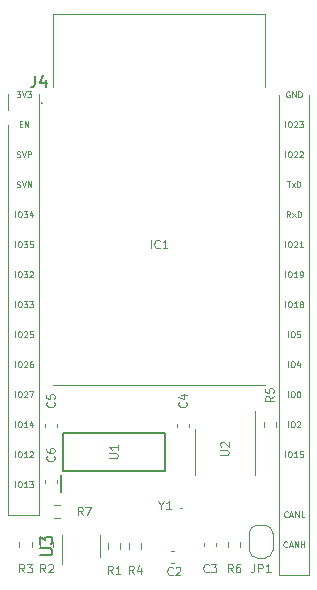
<source format=gbr>
%TF.GenerationSoftware,KiCad,Pcbnew,(5.1.10)-1*%
%TF.CreationDate,2021-07-24T14:48:27+02:00*%
%TF.ProjectId,esp32,65737033-322e-46b6-9963-61645f706362,rev?*%
%TF.SameCoordinates,Original*%
%TF.FileFunction,Legend,Top*%
%TF.FilePolarity,Positive*%
%FSLAX46Y46*%
G04 Gerber Fmt 4.6, Leading zero omitted, Abs format (unit mm)*
G04 Created by KiCad (PCBNEW (5.1.10)-1) date 2021-07-24 14:48:27*
%MOMM*%
%LPD*%
G01*
G04 APERTURE LIST*
%ADD10C,0.120000*%
%ADD11C,0.100000*%
%ADD12C,0.200000*%
%ADD13C,0.150000*%
G04 APERTURE END LIST*
D10*
%TO.C,J4*%
X110490000Y-64770000D02*
X110490000Y-105410000D01*
X107950000Y-64770000D02*
X107950000Y-105410000D01*
X107950000Y-105410000D02*
X110490000Y-105410000D01*
X85030000Y-100390000D02*
X87630000Y-100390000D01*
X85030000Y-67310000D02*
X85030000Y-100390000D01*
X87630000Y-64710000D02*
X87630000Y-100390000D01*
X87630000Y-67310000D02*
X87630000Y-64710000D01*
X85030000Y-66040000D02*
X85030000Y-64710000D01*
%TO.C,C2*%
X99073580Y-103376000D02*
X98792420Y-103376000D01*
X99073580Y-104396000D02*
X98792420Y-104396000D01*
%TO.C,C3*%
X102618000Y-102729420D02*
X102618000Y-103010580D01*
X101598000Y-102729420D02*
X101598000Y-103010580D01*
%TO.C,JP1*%
X106126000Y-101216000D02*
X106726000Y-101216000D01*
X105426000Y-103316000D02*
X105426000Y-101916000D01*
X106726000Y-104016000D02*
X106126000Y-104016000D01*
X107426000Y-101916000D02*
X107426000Y-103316000D01*
X107426000Y-103316000D02*
G75*
G02*
X106726000Y-104016000I-700000J0D01*
G01*
X106126000Y-104016000D02*
G75*
G02*
X105426000Y-103316000I0J700000D01*
G01*
X105426000Y-101916000D02*
G75*
G02*
X106126000Y-101216000I700000J0D01*
G01*
X106726000Y-101216000D02*
G75*
G02*
X107426000Y-101916000I0J-700000D01*
G01*
%TO.C,R1*%
X94502500Y-103234258D02*
X94502500Y-102759742D01*
X93457500Y-103234258D02*
X93457500Y-102759742D01*
%TO.C,R2*%
X87742500Y-103107258D02*
X87742500Y-102632742D01*
X88787500Y-103107258D02*
X88787500Y-102632742D01*
%TO.C,R3*%
X87009500Y-102632742D02*
X87009500Y-103107258D01*
X85964500Y-102632742D02*
X85964500Y-103107258D01*
%TO.C,R4*%
X95235500Y-102759742D02*
X95235500Y-103234258D01*
X96280500Y-102759742D02*
X96280500Y-103234258D01*
%TO.C,R5*%
X106665500Y-92947258D02*
X106665500Y-92472742D01*
X107710500Y-92947258D02*
X107710500Y-92472742D01*
%TO.C,U2*%
X100818000Y-94996000D02*
X100818000Y-96946000D01*
X100818000Y-94996000D02*
X100818000Y-93046000D01*
X105938000Y-94996000D02*
X105938000Y-96946000D01*
X105938000Y-94996000D02*
X105938000Y-91546000D01*
D11*
%TO.C,IC1*%
X88790000Y-89360000D02*
X106790000Y-89360000D01*
X88790000Y-64160000D02*
X88790000Y-57960000D01*
X88790000Y-57960000D02*
X106790000Y-57960000D01*
X106790000Y-57960000D02*
X106790000Y-64160000D01*
X87790000Y-65460000D02*
X87790000Y-65460000D01*
X87890000Y-65460000D02*
X87890000Y-65460000D01*
X87890000Y-65460000D02*
G75*
G02*
X87790000Y-65460000I-50000J0D01*
G01*
X87790000Y-65460000D02*
G75*
G02*
X87890000Y-65460000I50000J0D01*
G01*
D10*
%TO.C,C4*%
X100332000Y-92635420D02*
X100332000Y-92916580D01*
X99312000Y-92635420D02*
X99312000Y-92916580D01*
%TO.C,C5*%
X88136000Y-92635420D02*
X88136000Y-92916580D01*
X89156000Y-92635420D02*
X89156000Y-92916580D01*
%TO.C,C6*%
X89156000Y-97676580D02*
X89156000Y-97395420D01*
X88136000Y-97676580D02*
X88136000Y-97395420D01*
%TO.C,R7*%
X89391258Y-99553500D02*
X88916742Y-99553500D01*
X89391258Y-100598500D02*
X88916742Y-100598500D01*
%TO.C,R6*%
X104662500Y-103107258D02*
X104662500Y-102632742D01*
X103617500Y-103107258D02*
X103617500Y-102632742D01*
D12*
%TO.C,U1*%
X89495000Y-98446000D02*
X89495000Y-96946000D01*
X98305000Y-96596000D02*
X89655000Y-96596000D01*
X98305000Y-93396000D02*
X98305000Y-96596000D01*
X89655000Y-93396000D02*
X98305000Y-93396000D01*
X89655000Y-96596000D02*
X89655000Y-93396000D01*
D11*
%TO.C,Y1*%
X99633000Y-99792000D02*
X99633000Y-99792000D01*
X99733000Y-99792000D02*
X99733000Y-99792000D01*
X99733000Y-99792000D02*
G75*
G02*
X99633000Y-99792000I-50000J0D01*
G01*
X99633000Y-99792000D02*
G75*
G02*
X99733000Y-99792000I50000J0D01*
G01*
D10*
%TO.C,U3*%
X89576000Y-102097000D02*
X89576000Y-104547000D01*
X92796000Y-103897000D02*
X92796000Y-102097000D01*
%TO.C,J4*%
D13*
X87296666Y-63162380D02*
X87296666Y-63876666D01*
X87249047Y-64019523D01*
X87153809Y-64114761D01*
X87010952Y-64162380D01*
X86915714Y-64162380D01*
X88201428Y-63495714D02*
X88201428Y-64162380D01*
X87963333Y-63114761D02*
X87725238Y-63829047D01*
X88344285Y-63829047D01*
D11*
X85740952Y-64496190D02*
X86050476Y-64496190D01*
X85883809Y-64686666D01*
X85955238Y-64686666D01*
X86002857Y-64710476D01*
X86026666Y-64734285D01*
X86050476Y-64781904D01*
X86050476Y-64900952D01*
X86026666Y-64948571D01*
X86002857Y-64972380D01*
X85955238Y-64996190D01*
X85812380Y-64996190D01*
X85764761Y-64972380D01*
X85740952Y-64948571D01*
X86193333Y-64496190D02*
X86360000Y-64996190D01*
X86526666Y-64496190D01*
X86645714Y-64496190D02*
X86955238Y-64496190D01*
X86788571Y-64686666D01*
X86860000Y-64686666D01*
X86907619Y-64710476D01*
X86931428Y-64734285D01*
X86955238Y-64781904D01*
X86955238Y-64900952D01*
X86931428Y-64948571D01*
X86907619Y-64972380D01*
X86860000Y-64996190D01*
X86717142Y-64996190D01*
X86669523Y-64972380D01*
X86645714Y-64948571D01*
X85990952Y-67274285D02*
X86157619Y-67274285D01*
X86229047Y-67536190D02*
X85990952Y-67536190D01*
X85990952Y-67036190D01*
X86229047Y-67036190D01*
X86443333Y-67536190D02*
X86443333Y-67036190D01*
X86729047Y-67536190D01*
X86729047Y-67036190D01*
X85752857Y-70052380D02*
X85824285Y-70076190D01*
X85943333Y-70076190D01*
X85990952Y-70052380D01*
X86014761Y-70028571D01*
X86038571Y-69980952D01*
X86038571Y-69933333D01*
X86014761Y-69885714D01*
X85990952Y-69861904D01*
X85943333Y-69838095D01*
X85848095Y-69814285D01*
X85800476Y-69790476D01*
X85776666Y-69766666D01*
X85752857Y-69719047D01*
X85752857Y-69671428D01*
X85776666Y-69623809D01*
X85800476Y-69600000D01*
X85848095Y-69576190D01*
X85967142Y-69576190D01*
X86038571Y-69600000D01*
X86181428Y-69576190D02*
X86348095Y-70076190D01*
X86514761Y-69576190D01*
X86681428Y-70076190D02*
X86681428Y-69576190D01*
X86871904Y-69576190D01*
X86919523Y-69600000D01*
X86943333Y-69623809D01*
X86967142Y-69671428D01*
X86967142Y-69742857D01*
X86943333Y-69790476D01*
X86919523Y-69814285D01*
X86871904Y-69838095D01*
X86681428Y-69838095D01*
X85740952Y-72592380D02*
X85812380Y-72616190D01*
X85931428Y-72616190D01*
X85979047Y-72592380D01*
X86002857Y-72568571D01*
X86026666Y-72520952D01*
X86026666Y-72473333D01*
X86002857Y-72425714D01*
X85979047Y-72401904D01*
X85931428Y-72378095D01*
X85836190Y-72354285D01*
X85788571Y-72330476D01*
X85764761Y-72306666D01*
X85740952Y-72259047D01*
X85740952Y-72211428D01*
X85764761Y-72163809D01*
X85788571Y-72140000D01*
X85836190Y-72116190D01*
X85955238Y-72116190D01*
X86026666Y-72140000D01*
X86169523Y-72116190D02*
X86336190Y-72616190D01*
X86502857Y-72116190D01*
X86669523Y-72616190D02*
X86669523Y-72116190D01*
X86955238Y-72616190D01*
X86955238Y-72116190D01*
X85621904Y-75156190D02*
X85621904Y-74656190D01*
X85955238Y-74656190D02*
X86050476Y-74656190D01*
X86098095Y-74680000D01*
X86145714Y-74727619D01*
X86169523Y-74822857D01*
X86169523Y-74989523D01*
X86145714Y-75084761D01*
X86098095Y-75132380D01*
X86050476Y-75156190D01*
X85955238Y-75156190D01*
X85907619Y-75132380D01*
X85860000Y-75084761D01*
X85836190Y-74989523D01*
X85836190Y-74822857D01*
X85860000Y-74727619D01*
X85907619Y-74680000D01*
X85955238Y-74656190D01*
X86336190Y-74656190D02*
X86645714Y-74656190D01*
X86479047Y-74846666D01*
X86550476Y-74846666D01*
X86598095Y-74870476D01*
X86621904Y-74894285D01*
X86645714Y-74941904D01*
X86645714Y-75060952D01*
X86621904Y-75108571D01*
X86598095Y-75132380D01*
X86550476Y-75156190D01*
X86407619Y-75156190D01*
X86360000Y-75132380D01*
X86336190Y-75108571D01*
X87074285Y-74822857D02*
X87074285Y-75156190D01*
X86955238Y-74632380D02*
X86836190Y-74989523D01*
X87145714Y-74989523D01*
X85621904Y-77696190D02*
X85621904Y-77196190D01*
X85955238Y-77196190D02*
X86050476Y-77196190D01*
X86098095Y-77220000D01*
X86145714Y-77267619D01*
X86169523Y-77362857D01*
X86169523Y-77529523D01*
X86145714Y-77624761D01*
X86098095Y-77672380D01*
X86050476Y-77696190D01*
X85955238Y-77696190D01*
X85907619Y-77672380D01*
X85860000Y-77624761D01*
X85836190Y-77529523D01*
X85836190Y-77362857D01*
X85860000Y-77267619D01*
X85907619Y-77220000D01*
X85955238Y-77196190D01*
X86336190Y-77196190D02*
X86645714Y-77196190D01*
X86479047Y-77386666D01*
X86550476Y-77386666D01*
X86598095Y-77410476D01*
X86621904Y-77434285D01*
X86645714Y-77481904D01*
X86645714Y-77600952D01*
X86621904Y-77648571D01*
X86598095Y-77672380D01*
X86550476Y-77696190D01*
X86407619Y-77696190D01*
X86360000Y-77672380D01*
X86336190Y-77648571D01*
X87098095Y-77196190D02*
X86860000Y-77196190D01*
X86836190Y-77434285D01*
X86860000Y-77410476D01*
X86907619Y-77386666D01*
X87026666Y-77386666D01*
X87074285Y-77410476D01*
X87098095Y-77434285D01*
X87121904Y-77481904D01*
X87121904Y-77600952D01*
X87098095Y-77648571D01*
X87074285Y-77672380D01*
X87026666Y-77696190D01*
X86907619Y-77696190D01*
X86860000Y-77672380D01*
X86836190Y-77648571D01*
X85621904Y-80236190D02*
X85621904Y-79736190D01*
X85955238Y-79736190D02*
X86050476Y-79736190D01*
X86098095Y-79760000D01*
X86145714Y-79807619D01*
X86169523Y-79902857D01*
X86169523Y-80069523D01*
X86145714Y-80164761D01*
X86098095Y-80212380D01*
X86050476Y-80236190D01*
X85955238Y-80236190D01*
X85907619Y-80212380D01*
X85860000Y-80164761D01*
X85836190Y-80069523D01*
X85836190Y-79902857D01*
X85860000Y-79807619D01*
X85907619Y-79760000D01*
X85955238Y-79736190D01*
X86336190Y-79736190D02*
X86645714Y-79736190D01*
X86479047Y-79926666D01*
X86550476Y-79926666D01*
X86598095Y-79950476D01*
X86621904Y-79974285D01*
X86645714Y-80021904D01*
X86645714Y-80140952D01*
X86621904Y-80188571D01*
X86598095Y-80212380D01*
X86550476Y-80236190D01*
X86407619Y-80236190D01*
X86360000Y-80212380D01*
X86336190Y-80188571D01*
X86836190Y-79783809D02*
X86860000Y-79760000D01*
X86907619Y-79736190D01*
X87026666Y-79736190D01*
X87074285Y-79760000D01*
X87098095Y-79783809D01*
X87121904Y-79831428D01*
X87121904Y-79879047D01*
X87098095Y-79950476D01*
X86812380Y-80236190D01*
X87121904Y-80236190D01*
X85621904Y-82776190D02*
X85621904Y-82276190D01*
X85955238Y-82276190D02*
X86050476Y-82276190D01*
X86098095Y-82300000D01*
X86145714Y-82347619D01*
X86169523Y-82442857D01*
X86169523Y-82609523D01*
X86145714Y-82704761D01*
X86098095Y-82752380D01*
X86050476Y-82776190D01*
X85955238Y-82776190D01*
X85907619Y-82752380D01*
X85860000Y-82704761D01*
X85836190Y-82609523D01*
X85836190Y-82442857D01*
X85860000Y-82347619D01*
X85907619Y-82300000D01*
X85955238Y-82276190D01*
X86336190Y-82276190D02*
X86645714Y-82276190D01*
X86479047Y-82466666D01*
X86550476Y-82466666D01*
X86598095Y-82490476D01*
X86621904Y-82514285D01*
X86645714Y-82561904D01*
X86645714Y-82680952D01*
X86621904Y-82728571D01*
X86598095Y-82752380D01*
X86550476Y-82776190D01*
X86407619Y-82776190D01*
X86360000Y-82752380D01*
X86336190Y-82728571D01*
X86812380Y-82276190D02*
X87121904Y-82276190D01*
X86955238Y-82466666D01*
X87026666Y-82466666D01*
X87074285Y-82490476D01*
X87098095Y-82514285D01*
X87121904Y-82561904D01*
X87121904Y-82680952D01*
X87098095Y-82728571D01*
X87074285Y-82752380D01*
X87026666Y-82776190D01*
X86883809Y-82776190D01*
X86836190Y-82752380D01*
X86812380Y-82728571D01*
X85621904Y-85316190D02*
X85621904Y-84816190D01*
X85955238Y-84816190D02*
X86050476Y-84816190D01*
X86098095Y-84840000D01*
X86145714Y-84887619D01*
X86169523Y-84982857D01*
X86169523Y-85149523D01*
X86145714Y-85244761D01*
X86098095Y-85292380D01*
X86050476Y-85316190D01*
X85955238Y-85316190D01*
X85907619Y-85292380D01*
X85860000Y-85244761D01*
X85836190Y-85149523D01*
X85836190Y-84982857D01*
X85860000Y-84887619D01*
X85907619Y-84840000D01*
X85955238Y-84816190D01*
X86360000Y-84863809D02*
X86383809Y-84840000D01*
X86431428Y-84816190D01*
X86550476Y-84816190D01*
X86598095Y-84840000D01*
X86621904Y-84863809D01*
X86645714Y-84911428D01*
X86645714Y-84959047D01*
X86621904Y-85030476D01*
X86336190Y-85316190D01*
X86645714Y-85316190D01*
X87098095Y-84816190D02*
X86860000Y-84816190D01*
X86836190Y-85054285D01*
X86860000Y-85030476D01*
X86907619Y-85006666D01*
X87026666Y-85006666D01*
X87074285Y-85030476D01*
X87098095Y-85054285D01*
X87121904Y-85101904D01*
X87121904Y-85220952D01*
X87098095Y-85268571D01*
X87074285Y-85292380D01*
X87026666Y-85316190D01*
X86907619Y-85316190D01*
X86860000Y-85292380D01*
X86836190Y-85268571D01*
X85621904Y-87856190D02*
X85621904Y-87356190D01*
X85955238Y-87356190D02*
X86050476Y-87356190D01*
X86098095Y-87380000D01*
X86145714Y-87427619D01*
X86169523Y-87522857D01*
X86169523Y-87689523D01*
X86145714Y-87784761D01*
X86098095Y-87832380D01*
X86050476Y-87856190D01*
X85955238Y-87856190D01*
X85907619Y-87832380D01*
X85860000Y-87784761D01*
X85836190Y-87689523D01*
X85836190Y-87522857D01*
X85860000Y-87427619D01*
X85907619Y-87380000D01*
X85955238Y-87356190D01*
X86360000Y-87403809D02*
X86383809Y-87380000D01*
X86431428Y-87356190D01*
X86550476Y-87356190D01*
X86598095Y-87380000D01*
X86621904Y-87403809D01*
X86645714Y-87451428D01*
X86645714Y-87499047D01*
X86621904Y-87570476D01*
X86336190Y-87856190D01*
X86645714Y-87856190D01*
X87074285Y-87356190D02*
X86979047Y-87356190D01*
X86931428Y-87380000D01*
X86907619Y-87403809D01*
X86860000Y-87475238D01*
X86836190Y-87570476D01*
X86836190Y-87760952D01*
X86860000Y-87808571D01*
X86883809Y-87832380D01*
X86931428Y-87856190D01*
X87026666Y-87856190D01*
X87074285Y-87832380D01*
X87098095Y-87808571D01*
X87121904Y-87760952D01*
X87121904Y-87641904D01*
X87098095Y-87594285D01*
X87074285Y-87570476D01*
X87026666Y-87546666D01*
X86931428Y-87546666D01*
X86883809Y-87570476D01*
X86860000Y-87594285D01*
X86836190Y-87641904D01*
X85621904Y-90396190D02*
X85621904Y-89896190D01*
X85955238Y-89896190D02*
X86050476Y-89896190D01*
X86098095Y-89920000D01*
X86145714Y-89967619D01*
X86169523Y-90062857D01*
X86169523Y-90229523D01*
X86145714Y-90324761D01*
X86098095Y-90372380D01*
X86050476Y-90396190D01*
X85955238Y-90396190D01*
X85907619Y-90372380D01*
X85860000Y-90324761D01*
X85836190Y-90229523D01*
X85836190Y-90062857D01*
X85860000Y-89967619D01*
X85907619Y-89920000D01*
X85955238Y-89896190D01*
X86360000Y-89943809D02*
X86383809Y-89920000D01*
X86431428Y-89896190D01*
X86550476Y-89896190D01*
X86598095Y-89920000D01*
X86621904Y-89943809D01*
X86645714Y-89991428D01*
X86645714Y-90039047D01*
X86621904Y-90110476D01*
X86336190Y-90396190D01*
X86645714Y-90396190D01*
X86812380Y-89896190D02*
X87145714Y-89896190D01*
X86931428Y-90396190D01*
X85621904Y-92936190D02*
X85621904Y-92436190D01*
X85955238Y-92436190D02*
X86050476Y-92436190D01*
X86098095Y-92460000D01*
X86145714Y-92507619D01*
X86169523Y-92602857D01*
X86169523Y-92769523D01*
X86145714Y-92864761D01*
X86098095Y-92912380D01*
X86050476Y-92936190D01*
X85955238Y-92936190D01*
X85907619Y-92912380D01*
X85860000Y-92864761D01*
X85836190Y-92769523D01*
X85836190Y-92602857D01*
X85860000Y-92507619D01*
X85907619Y-92460000D01*
X85955238Y-92436190D01*
X86645714Y-92936190D02*
X86360000Y-92936190D01*
X86502857Y-92936190D02*
X86502857Y-92436190D01*
X86455238Y-92507619D01*
X86407619Y-92555238D01*
X86360000Y-92579047D01*
X87074285Y-92602857D02*
X87074285Y-92936190D01*
X86955238Y-92412380D02*
X86836190Y-92769523D01*
X87145714Y-92769523D01*
X85621904Y-95476190D02*
X85621904Y-94976190D01*
X85955238Y-94976190D02*
X86050476Y-94976190D01*
X86098095Y-95000000D01*
X86145714Y-95047619D01*
X86169523Y-95142857D01*
X86169523Y-95309523D01*
X86145714Y-95404761D01*
X86098095Y-95452380D01*
X86050476Y-95476190D01*
X85955238Y-95476190D01*
X85907619Y-95452380D01*
X85860000Y-95404761D01*
X85836190Y-95309523D01*
X85836190Y-95142857D01*
X85860000Y-95047619D01*
X85907619Y-95000000D01*
X85955238Y-94976190D01*
X86645714Y-95476190D02*
X86360000Y-95476190D01*
X86502857Y-95476190D02*
X86502857Y-94976190D01*
X86455238Y-95047619D01*
X86407619Y-95095238D01*
X86360000Y-95119047D01*
X86836190Y-95023809D02*
X86860000Y-95000000D01*
X86907619Y-94976190D01*
X87026666Y-94976190D01*
X87074285Y-95000000D01*
X87098095Y-95023809D01*
X87121904Y-95071428D01*
X87121904Y-95119047D01*
X87098095Y-95190476D01*
X86812380Y-95476190D01*
X87121904Y-95476190D01*
X85621904Y-98016190D02*
X85621904Y-97516190D01*
X85955238Y-97516190D02*
X86050476Y-97516190D01*
X86098095Y-97540000D01*
X86145714Y-97587619D01*
X86169523Y-97682857D01*
X86169523Y-97849523D01*
X86145714Y-97944761D01*
X86098095Y-97992380D01*
X86050476Y-98016190D01*
X85955238Y-98016190D01*
X85907619Y-97992380D01*
X85860000Y-97944761D01*
X85836190Y-97849523D01*
X85836190Y-97682857D01*
X85860000Y-97587619D01*
X85907619Y-97540000D01*
X85955238Y-97516190D01*
X86645714Y-98016190D02*
X86360000Y-98016190D01*
X86502857Y-98016190D02*
X86502857Y-97516190D01*
X86455238Y-97587619D01*
X86407619Y-97635238D01*
X86360000Y-97659047D01*
X86812380Y-97516190D02*
X87121904Y-97516190D01*
X86955238Y-97706666D01*
X87026666Y-97706666D01*
X87074285Y-97730476D01*
X87098095Y-97754285D01*
X87121904Y-97801904D01*
X87121904Y-97920952D01*
X87098095Y-97968571D01*
X87074285Y-97992380D01*
X87026666Y-98016190D01*
X86883809Y-98016190D01*
X86836190Y-97992380D01*
X86812380Y-97968571D01*
X108839047Y-64520000D02*
X108791428Y-64496190D01*
X108720000Y-64496190D01*
X108648571Y-64520000D01*
X108600952Y-64567619D01*
X108577142Y-64615238D01*
X108553333Y-64710476D01*
X108553333Y-64781904D01*
X108577142Y-64877142D01*
X108600952Y-64924761D01*
X108648571Y-64972380D01*
X108720000Y-64996190D01*
X108767619Y-64996190D01*
X108839047Y-64972380D01*
X108862857Y-64948571D01*
X108862857Y-64781904D01*
X108767619Y-64781904D01*
X109077142Y-64996190D02*
X109077142Y-64496190D01*
X109362857Y-64996190D01*
X109362857Y-64496190D01*
X109600952Y-64996190D02*
X109600952Y-64496190D01*
X109720000Y-64496190D01*
X109791428Y-64520000D01*
X109839047Y-64567619D01*
X109862857Y-64615238D01*
X109886666Y-64710476D01*
X109886666Y-64781904D01*
X109862857Y-64877142D01*
X109839047Y-64924761D01*
X109791428Y-64972380D01*
X109720000Y-64996190D01*
X109600952Y-64996190D01*
X108481904Y-67536190D02*
X108481904Y-67036190D01*
X108815238Y-67036190D02*
X108910476Y-67036190D01*
X108958095Y-67060000D01*
X109005714Y-67107619D01*
X109029523Y-67202857D01*
X109029523Y-67369523D01*
X109005714Y-67464761D01*
X108958095Y-67512380D01*
X108910476Y-67536190D01*
X108815238Y-67536190D01*
X108767619Y-67512380D01*
X108720000Y-67464761D01*
X108696190Y-67369523D01*
X108696190Y-67202857D01*
X108720000Y-67107619D01*
X108767619Y-67060000D01*
X108815238Y-67036190D01*
X109220000Y-67083809D02*
X109243809Y-67060000D01*
X109291428Y-67036190D01*
X109410476Y-67036190D01*
X109458095Y-67060000D01*
X109481904Y-67083809D01*
X109505714Y-67131428D01*
X109505714Y-67179047D01*
X109481904Y-67250476D01*
X109196190Y-67536190D01*
X109505714Y-67536190D01*
X109672380Y-67036190D02*
X109981904Y-67036190D01*
X109815238Y-67226666D01*
X109886666Y-67226666D01*
X109934285Y-67250476D01*
X109958095Y-67274285D01*
X109981904Y-67321904D01*
X109981904Y-67440952D01*
X109958095Y-67488571D01*
X109934285Y-67512380D01*
X109886666Y-67536190D01*
X109743809Y-67536190D01*
X109696190Y-67512380D01*
X109672380Y-67488571D01*
X108481904Y-70076190D02*
X108481904Y-69576190D01*
X108815238Y-69576190D02*
X108910476Y-69576190D01*
X108958095Y-69600000D01*
X109005714Y-69647619D01*
X109029523Y-69742857D01*
X109029523Y-69909523D01*
X109005714Y-70004761D01*
X108958095Y-70052380D01*
X108910476Y-70076190D01*
X108815238Y-70076190D01*
X108767619Y-70052380D01*
X108720000Y-70004761D01*
X108696190Y-69909523D01*
X108696190Y-69742857D01*
X108720000Y-69647619D01*
X108767619Y-69600000D01*
X108815238Y-69576190D01*
X109220000Y-69623809D02*
X109243809Y-69600000D01*
X109291428Y-69576190D01*
X109410476Y-69576190D01*
X109458095Y-69600000D01*
X109481904Y-69623809D01*
X109505714Y-69671428D01*
X109505714Y-69719047D01*
X109481904Y-69790476D01*
X109196190Y-70076190D01*
X109505714Y-70076190D01*
X109696190Y-69623809D02*
X109720000Y-69600000D01*
X109767619Y-69576190D01*
X109886666Y-69576190D01*
X109934285Y-69600000D01*
X109958095Y-69623809D01*
X109981904Y-69671428D01*
X109981904Y-69719047D01*
X109958095Y-69790476D01*
X109672380Y-70076190D01*
X109981904Y-70076190D01*
X108624761Y-72116190D02*
X108910476Y-72116190D01*
X108767619Y-72616190D02*
X108767619Y-72116190D01*
X109029523Y-72616190D02*
X109291428Y-72282857D01*
X109029523Y-72282857D02*
X109291428Y-72616190D01*
X109481904Y-72616190D02*
X109481904Y-72116190D01*
X109600952Y-72116190D01*
X109672380Y-72140000D01*
X109720000Y-72187619D01*
X109743809Y-72235238D01*
X109767619Y-72330476D01*
X109767619Y-72401904D01*
X109743809Y-72497142D01*
X109720000Y-72544761D01*
X109672380Y-72592380D01*
X109600952Y-72616190D01*
X109481904Y-72616190D01*
X108922380Y-75156190D02*
X108755714Y-74918095D01*
X108636666Y-75156190D02*
X108636666Y-74656190D01*
X108827142Y-74656190D01*
X108874761Y-74680000D01*
X108898571Y-74703809D01*
X108922380Y-74751428D01*
X108922380Y-74822857D01*
X108898571Y-74870476D01*
X108874761Y-74894285D01*
X108827142Y-74918095D01*
X108636666Y-74918095D01*
X109089047Y-75156190D02*
X109350952Y-74822857D01*
X109089047Y-74822857D02*
X109350952Y-75156190D01*
X109541428Y-75156190D02*
X109541428Y-74656190D01*
X109660476Y-74656190D01*
X109731904Y-74680000D01*
X109779523Y-74727619D01*
X109803333Y-74775238D01*
X109827142Y-74870476D01*
X109827142Y-74941904D01*
X109803333Y-75037142D01*
X109779523Y-75084761D01*
X109731904Y-75132380D01*
X109660476Y-75156190D01*
X109541428Y-75156190D01*
X108481904Y-77696190D02*
X108481904Y-77196190D01*
X108815238Y-77196190D02*
X108910476Y-77196190D01*
X108958095Y-77220000D01*
X109005714Y-77267619D01*
X109029523Y-77362857D01*
X109029523Y-77529523D01*
X109005714Y-77624761D01*
X108958095Y-77672380D01*
X108910476Y-77696190D01*
X108815238Y-77696190D01*
X108767619Y-77672380D01*
X108720000Y-77624761D01*
X108696190Y-77529523D01*
X108696190Y-77362857D01*
X108720000Y-77267619D01*
X108767619Y-77220000D01*
X108815238Y-77196190D01*
X109220000Y-77243809D02*
X109243809Y-77220000D01*
X109291428Y-77196190D01*
X109410476Y-77196190D01*
X109458095Y-77220000D01*
X109481904Y-77243809D01*
X109505714Y-77291428D01*
X109505714Y-77339047D01*
X109481904Y-77410476D01*
X109196190Y-77696190D01*
X109505714Y-77696190D01*
X109981904Y-77696190D02*
X109696190Y-77696190D01*
X109839047Y-77696190D02*
X109839047Y-77196190D01*
X109791428Y-77267619D01*
X109743809Y-77315238D01*
X109696190Y-77339047D01*
X108481904Y-80236190D02*
X108481904Y-79736190D01*
X108815238Y-79736190D02*
X108910476Y-79736190D01*
X108958095Y-79760000D01*
X109005714Y-79807619D01*
X109029523Y-79902857D01*
X109029523Y-80069523D01*
X109005714Y-80164761D01*
X108958095Y-80212380D01*
X108910476Y-80236190D01*
X108815238Y-80236190D01*
X108767619Y-80212380D01*
X108720000Y-80164761D01*
X108696190Y-80069523D01*
X108696190Y-79902857D01*
X108720000Y-79807619D01*
X108767619Y-79760000D01*
X108815238Y-79736190D01*
X109505714Y-80236190D02*
X109220000Y-80236190D01*
X109362857Y-80236190D02*
X109362857Y-79736190D01*
X109315238Y-79807619D01*
X109267619Y-79855238D01*
X109220000Y-79879047D01*
X109743809Y-80236190D02*
X109839047Y-80236190D01*
X109886666Y-80212380D01*
X109910476Y-80188571D01*
X109958095Y-80117142D01*
X109981904Y-80021904D01*
X109981904Y-79831428D01*
X109958095Y-79783809D01*
X109934285Y-79760000D01*
X109886666Y-79736190D01*
X109791428Y-79736190D01*
X109743809Y-79760000D01*
X109720000Y-79783809D01*
X109696190Y-79831428D01*
X109696190Y-79950476D01*
X109720000Y-79998095D01*
X109743809Y-80021904D01*
X109791428Y-80045714D01*
X109886666Y-80045714D01*
X109934285Y-80021904D01*
X109958095Y-79998095D01*
X109981904Y-79950476D01*
X108481904Y-82776190D02*
X108481904Y-82276190D01*
X108815238Y-82276190D02*
X108910476Y-82276190D01*
X108958095Y-82300000D01*
X109005714Y-82347619D01*
X109029523Y-82442857D01*
X109029523Y-82609523D01*
X109005714Y-82704761D01*
X108958095Y-82752380D01*
X108910476Y-82776190D01*
X108815238Y-82776190D01*
X108767619Y-82752380D01*
X108720000Y-82704761D01*
X108696190Y-82609523D01*
X108696190Y-82442857D01*
X108720000Y-82347619D01*
X108767619Y-82300000D01*
X108815238Y-82276190D01*
X109505714Y-82776190D02*
X109220000Y-82776190D01*
X109362857Y-82776190D02*
X109362857Y-82276190D01*
X109315238Y-82347619D01*
X109267619Y-82395238D01*
X109220000Y-82419047D01*
X109791428Y-82490476D02*
X109743809Y-82466666D01*
X109720000Y-82442857D01*
X109696190Y-82395238D01*
X109696190Y-82371428D01*
X109720000Y-82323809D01*
X109743809Y-82300000D01*
X109791428Y-82276190D01*
X109886666Y-82276190D01*
X109934285Y-82300000D01*
X109958095Y-82323809D01*
X109981904Y-82371428D01*
X109981904Y-82395238D01*
X109958095Y-82442857D01*
X109934285Y-82466666D01*
X109886666Y-82490476D01*
X109791428Y-82490476D01*
X109743809Y-82514285D01*
X109720000Y-82538095D01*
X109696190Y-82585714D01*
X109696190Y-82680952D01*
X109720000Y-82728571D01*
X109743809Y-82752380D01*
X109791428Y-82776190D01*
X109886666Y-82776190D01*
X109934285Y-82752380D01*
X109958095Y-82728571D01*
X109981904Y-82680952D01*
X109981904Y-82585714D01*
X109958095Y-82538095D01*
X109934285Y-82514285D01*
X109886666Y-82490476D01*
X108720000Y-85316190D02*
X108720000Y-84816190D01*
X109053333Y-84816190D02*
X109148571Y-84816190D01*
X109196190Y-84840000D01*
X109243809Y-84887619D01*
X109267619Y-84982857D01*
X109267619Y-85149523D01*
X109243809Y-85244761D01*
X109196190Y-85292380D01*
X109148571Y-85316190D01*
X109053333Y-85316190D01*
X109005714Y-85292380D01*
X108958095Y-85244761D01*
X108934285Y-85149523D01*
X108934285Y-84982857D01*
X108958095Y-84887619D01*
X109005714Y-84840000D01*
X109053333Y-84816190D01*
X109720000Y-84816190D02*
X109481904Y-84816190D01*
X109458095Y-85054285D01*
X109481904Y-85030476D01*
X109529523Y-85006666D01*
X109648571Y-85006666D01*
X109696190Y-85030476D01*
X109720000Y-85054285D01*
X109743809Y-85101904D01*
X109743809Y-85220952D01*
X109720000Y-85268571D01*
X109696190Y-85292380D01*
X109648571Y-85316190D01*
X109529523Y-85316190D01*
X109481904Y-85292380D01*
X109458095Y-85268571D01*
X108720000Y-87856190D02*
X108720000Y-87356190D01*
X109053333Y-87356190D02*
X109148571Y-87356190D01*
X109196190Y-87380000D01*
X109243809Y-87427619D01*
X109267619Y-87522857D01*
X109267619Y-87689523D01*
X109243809Y-87784761D01*
X109196190Y-87832380D01*
X109148571Y-87856190D01*
X109053333Y-87856190D01*
X109005714Y-87832380D01*
X108958095Y-87784761D01*
X108934285Y-87689523D01*
X108934285Y-87522857D01*
X108958095Y-87427619D01*
X109005714Y-87380000D01*
X109053333Y-87356190D01*
X109696190Y-87522857D02*
X109696190Y-87856190D01*
X109577142Y-87332380D02*
X109458095Y-87689523D01*
X109767619Y-87689523D01*
X108720000Y-90396190D02*
X108720000Y-89896190D01*
X109053333Y-89896190D02*
X109148571Y-89896190D01*
X109196190Y-89920000D01*
X109243809Y-89967619D01*
X109267619Y-90062857D01*
X109267619Y-90229523D01*
X109243809Y-90324761D01*
X109196190Y-90372380D01*
X109148571Y-90396190D01*
X109053333Y-90396190D01*
X109005714Y-90372380D01*
X108958095Y-90324761D01*
X108934285Y-90229523D01*
X108934285Y-90062857D01*
X108958095Y-89967619D01*
X109005714Y-89920000D01*
X109053333Y-89896190D01*
X109577142Y-89896190D02*
X109624761Y-89896190D01*
X109672380Y-89920000D01*
X109696190Y-89943809D01*
X109720000Y-89991428D01*
X109743809Y-90086666D01*
X109743809Y-90205714D01*
X109720000Y-90300952D01*
X109696190Y-90348571D01*
X109672380Y-90372380D01*
X109624761Y-90396190D01*
X109577142Y-90396190D01*
X109529523Y-90372380D01*
X109505714Y-90348571D01*
X109481904Y-90300952D01*
X109458095Y-90205714D01*
X109458095Y-90086666D01*
X109481904Y-89991428D01*
X109505714Y-89943809D01*
X109529523Y-89920000D01*
X109577142Y-89896190D01*
X108720000Y-92936190D02*
X108720000Y-92436190D01*
X109053333Y-92436190D02*
X109148571Y-92436190D01*
X109196190Y-92460000D01*
X109243809Y-92507619D01*
X109267619Y-92602857D01*
X109267619Y-92769523D01*
X109243809Y-92864761D01*
X109196190Y-92912380D01*
X109148571Y-92936190D01*
X109053333Y-92936190D01*
X109005714Y-92912380D01*
X108958095Y-92864761D01*
X108934285Y-92769523D01*
X108934285Y-92602857D01*
X108958095Y-92507619D01*
X109005714Y-92460000D01*
X109053333Y-92436190D01*
X109458095Y-92483809D02*
X109481904Y-92460000D01*
X109529523Y-92436190D01*
X109648571Y-92436190D01*
X109696190Y-92460000D01*
X109720000Y-92483809D01*
X109743809Y-92531428D01*
X109743809Y-92579047D01*
X109720000Y-92650476D01*
X109434285Y-92936190D01*
X109743809Y-92936190D01*
X108481904Y-95476190D02*
X108481904Y-94976190D01*
X108815238Y-94976190D02*
X108910476Y-94976190D01*
X108958095Y-95000000D01*
X109005714Y-95047619D01*
X109029523Y-95142857D01*
X109029523Y-95309523D01*
X109005714Y-95404761D01*
X108958095Y-95452380D01*
X108910476Y-95476190D01*
X108815238Y-95476190D01*
X108767619Y-95452380D01*
X108720000Y-95404761D01*
X108696190Y-95309523D01*
X108696190Y-95142857D01*
X108720000Y-95047619D01*
X108767619Y-95000000D01*
X108815238Y-94976190D01*
X109505714Y-95476190D02*
X109220000Y-95476190D01*
X109362857Y-95476190D02*
X109362857Y-94976190D01*
X109315238Y-95047619D01*
X109267619Y-95095238D01*
X109220000Y-95119047D01*
X109958095Y-94976190D02*
X109720000Y-94976190D01*
X109696190Y-95214285D01*
X109720000Y-95190476D01*
X109767619Y-95166666D01*
X109886666Y-95166666D01*
X109934285Y-95190476D01*
X109958095Y-95214285D01*
X109981904Y-95261904D01*
X109981904Y-95380952D01*
X109958095Y-95428571D01*
X109934285Y-95452380D01*
X109886666Y-95476190D01*
X109767619Y-95476190D01*
X109720000Y-95452380D01*
X109696190Y-95428571D01*
X108696190Y-100508571D02*
X108672380Y-100532380D01*
X108600952Y-100556190D01*
X108553333Y-100556190D01*
X108481904Y-100532380D01*
X108434285Y-100484761D01*
X108410476Y-100437142D01*
X108386666Y-100341904D01*
X108386666Y-100270476D01*
X108410476Y-100175238D01*
X108434285Y-100127619D01*
X108481904Y-100080000D01*
X108553333Y-100056190D01*
X108600952Y-100056190D01*
X108672380Y-100080000D01*
X108696190Y-100103809D01*
X108886666Y-100413333D02*
X109124761Y-100413333D01*
X108839047Y-100556190D02*
X109005714Y-100056190D01*
X109172380Y-100556190D01*
X109339047Y-100556190D02*
X109339047Y-100056190D01*
X109624761Y-100556190D01*
X109624761Y-100056190D01*
X110100952Y-100556190D02*
X109862857Y-100556190D01*
X109862857Y-100056190D01*
X108636666Y-103048571D02*
X108612857Y-103072380D01*
X108541428Y-103096190D01*
X108493809Y-103096190D01*
X108422380Y-103072380D01*
X108374761Y-103024761D01*
X108350952Y-102977142D01*
X108327142Y-102881904D01*
X108327142Y-102810476D01*
X108350952Y-102715238D01*
X108374761Y-102667619D01*
X108422380Y-102620000D01*
X108493809Y-102596190D01*
X108541428Y-102596190D01*
X108612857Y-102620000D01*
X108636666Y-102643809D01*
X108827142Y-102953333D02*
X109065238Y-102953333D01*
X108779523Y-103096190D02*
X108946190Y-102596190D01*
X109112857Y-103096190D01*
X109279523Y-103096190D02*
X109279523Y-102596190D01*
X109565238Y-103096190D01*
X109565238Y-102596190D01*
X109803333Y-103096190D02*
X109803333Y-102596190D01*
X109803333Y-102834285D02*
X110089047Y-102834285D01*
X110089047Y-103096190D02*
X110089047Y-102596190D01*
%TO.C,C2*%
X98943333Y-105406000D02*
X98910000Y-105439333D01*
X98810000Y-105472666D01*
X98743333Y-105472666D01*
X98643333Y-105439333D01*
X98576666Y-105372666D01*
X98543333Y-105306000D01*
X98510000Y-105172666D01*
X98510000Y-105072666D01*
X98543333Y-104939333D01*
X98576666Y-104872666D01*
X98643333Y-104806000D01*
X98743333Y-104772666D01*
X98810000Y-104772666D01*
X98910000Y-104806000D01*
X98943333Y-104839333D01*
X99210000Y-104839333D02*
X99243333Y-104806000D01*
X99310000Y-104772666D01*
X99476666Y-104772666D01*
X99543333Y-104806000D01*
X99576666Y-104839333D01*
X99610000Y-104906000D01*
X99610000Y-104972666D01*
X99576666Y-105072666D01*
X99176666Y-105472666D01*
X99610000Y-105472666D01*
%TO.C,C3*%
X101991333Y-105152000D02*
X101958000Y-105185333D01*
X101858000Y-105218666D01*
X101791333Y-105218666D01*
X101691333Y-105185333D01*
X101624666Y-105118666D01*
X101591333Y-105052000D01*
X101558000Y-104918666D01*
X101558000Y-104818666D01*
X101591333Y-104685333D01*
X101624666Y-104618666D01*
X101691333Y-104552000D01*
X101791333Y-104518666D01*
X101858000Y-104518666D01*
X101958000Y-104552000D01*
X101991333Y-104585333D01*
X102224666Y-104518666D02*
X102658000Y-104518666D01*
X102424666Y-104785333D01*
X102524666Y-104785333D01*
X102591333Y-104818666D01*
X102624666Y-104852000D01*
X102658000Y-104918666D01*
X102658000Y-105085333D01*
X102624666Y-105152000D01*
X102591333Y-105185333D01*
X102524666Y-105218666D01*
X102324666Y-105218666D01*
X102258000Y-105185333D01*
X102224666Y-105152000D01*
%TO.C,JP1*%
X105842666Y-104518666D02*
X105842666Y-105018666D01*
X105809333Y-105118666D01*
X105742666Y-105185333D01*
X105642666Y-105218666D01*
X105576000Y-105218666D01*
X106176000Y-105218666D02*
X106176000Y-104518666D01*
X106442666Y-104518666D01*
X106509333Y-104552000D01*
X106542666Y-104585333D01*
X106576000Y-104652000D01*
X106576000Y-104752000D01*
X106542666Y-104818666D01*
X106509333Y-104852000D01*
X106442666Y-104885333D01*
X106176000Y-104885333D01*
X107242666Y-105218666D02*
X106842666Y-105218666D01*
X107042666Y-105218666D02*
X107042666Y-104518666D01*
X106976000Y-104618666D01*
X106909333Y-104685333D01*
X106842666Y-104718666D01*
%TO.C,R1*%
X93863333Y-105345666D02*
X93630000Y-105012333D01*
X93463333Y-105345666D02*
X93463333Y-104645666D01*
X93730000Y-104645666D01*
X93796666Y-104679000D01*
X93830000Y-104712333D01*
X93863333Y-104779000D01*
X93863333Y-104879000D01*
X93830000Y-104945666D01*
X93796666Y-104979000D01*
X93730000Y-105012333D01*
X93463333Y-105012333D01*
X94530000Y-105345666D02*
X94130000Y-105345666D01*
X94330000Y-105345666D02*
X94330000Y-104645666D01*
X94263333Y-104745666D01*
X94196666Y-104812333D01*
X94130000Y-104845666D01*
%TO.C,R2*%
X88148333Y-105218666D02*
X87915000Y-104885333D01*
X87748333Y-105218666D02*
X87748333Y-104518666D01*
X88015000Y-104518666D01*
X88081666Y-104552000D01*
X88115000Y-104585333D01*
X88148333Y-104652000D01*
X88148333Y-104752000D01*
X88115000Y-104818666D01*
X88081666Y-104852000D01*
X88015000Y-104885333D01*
X87748333Y-104885333D01*
X88415000Y-104585333D02*
X88448333Y-104552000D01*
X88515000Y-104518666D01*
X88681666Y-104518666D01*
X88748333Y-104552000D01*
X88781666Y-104585333D01*
X88815000Y-104652000D01*
X88815000Y-104718666D01*
X88781666Y-104818666D01*
X88381666Y-105218666D01*
X88815000Y-105218666D01*
%TO.C,R3*%
X86370333Y-105218666D02*
X86137000Y-104885333D01*
X85970333Y-105218666D02*
X85970333Y-104518666D01*
X86237000Y-104518666D01*
X86303666Y-104552000D01*
X86337000Y-104585333D01*
X86370333Y-104652000D01*
X86370333Y-104752000D01*
X86337000Y-104818666D01*
X86303666Y-104852000D01*
X86237000Y-104885333D01*
X85970333Y-104885333D01*
X86603666Y-104518666D02*
X87037000Y-104518666D01*
X86803666Y-104785333D01*
X86903666Y-104785333D01*
X86970333Y-104818666D01*
X87003666Y-104852000D01*
X87037000Y-104918666D01*
X87037000Y-105085333D01*
X87003666Y-105152000D01*
X86970333Y-105185333D01*
X86903666Y-105218666D01*
X86703666Y-105218666D01*
X86637000Y-105185333D01*
X86603666Y-105152000D01*
%TO.C,R4*%
X95641333Y-105345666D02*
X95408000Y-105012333D01*
X95241333Y-105345666D02*
X95241333Y-104645666D01*
X95508000Y-104645666D01*
X95574666Y-104679000D01*
X95608000Y-104712333D01*
X95641333Y-104779000D01*
X95641333Y-104879000D01*
X95608000Y-104945666D01*
X95574666Y-104979000D01*
X95508000Y-105012333D01*
X95241333Y-105012333D01*
X96241333Y-104879000D02*
X96241333Y-105345666D01*
X96074666Y-104612333D02*
X95908000Y-105112333D01*
X96341333Y-105112333D01*
%TO.C,R5*%
X107504666Y-90286666D02*
X107171333Y-90520000D01*
X107504666Y-90686666D02*
X106804666Y-90686666D01*
X106804666Y-90420000D01*
X106838000Y-90353333D01*
X106871333Y-90320000D01*
X106938000Y-90286666D01*
X107038000Y-90286666D01*
X107104666Y-90320000D01*
X107138000Y-90353333D01*
X107171333Y-90420000D01*
X107171333Y-90686666D01*
X106804666Y-89653333D02*
X106804666Y-89986666D01*
X107138000Y-90020000D01*
X107104666Y-89986666D01*
X107071333Y-89920000D01*
X107071333Y-89753333D01*
X107104666Y-89686666D01*
X107138000Y-89653333D01*
X107204666Y-89620000D01*
X107371333Y-89620000D01*
X107438000Y-89653333D01*
X107471333Y-89686666D01*
X107504666Y-89753333D01*
X107504666Y-89920000D01*
X107471333Y-89986666D01*
X107438000Y-90020000D01*
%TO.C,U2*%
X102994666Y-95275333D02*
X103561333Y-95275333D01*
X103628000Y-95242000D01*
X103661333Y-95208666D01*
X103694666Y-95142000D01*
X103694666Y-95008666D01*
X103661333Y-94942000D01*
X103628000Y-94908666D01*
X103561333Y-94875333D01*
X102994666Y-94875333D01*
X103061333Y-94575333D02*
X103028000Y-94542000D01*
X102994666Y-94475333D01*
X102994666Y-94308666D01*
X103028000Y-94242000D01*
X103061333Y-94208666D01*
X103128000Y-94175333D01*
X103194666Y-94175333D01*
X103294666Y-94208666D01*
X103694666Y-94608666D01*
X103694666Y-94175333D01*
%TO.C,IC1*%
X97106666Y-77786666D02*
X97106666Y-77086666D01*
X97840000Y-77720000D02*
X97806666Y-77753333D01*
X97706666Y-77786666D01*
X97640000Y-77786666D01*
X97540000Y-77753333D01*
X97473333Y-77686666D01*
X97440000Y-77620000D01*
X97406666Y-77486666D01*
X97406666Y-77386666D01*
X97440000Y-77253333D01*
X97473333Y-77186666D01*
X97540000Y-77120000D01*
X97640000Y-77086666D01*
X97706666Y-77086666D01*
X97806666Y-77120000D01*
X97840000Y-77153333D01*
X98506666Y-77786666D02*
X98106666Y-77786666D01*
X98306666Y-77786666D02*
X98306666Y-77086666D01*
X98240000Y-77186666D01*
X98173333Y-77253333D01*
X98106666Y-77286666D01*
%TO.C,C4*%
X100072000Y-90794666D02*
X100105333Y-90828000D01*
X100138666Y-90928000D01*
X100138666Y-90994666D01*
X100105333Y-91094666D01*
X100038666Y-91161333D01*
X99972000Y-91194666D01*
X99838666Y-91228000D01*
X99738666Y-91228000D01*
X99605333Y-91194666D01*
X99538666Y-91161333D01*
X99472000Y-91094666D01*
X99438666Y-90994666D01*
X99438666Y-90928000D01*
X99472000Y-90828000D01*
X99505333Y-90794666D01*
X99672000Y-90194666D02*
X100138666Y-90194666D01*
X99405333Y-90361333D02*
X99905333Y-90528000D01*
X99905333Y-90094666D01*
%TO.C,C5*%
X88896000Y-90794666D02*
X88929333Y-90828000D01*
X88962666Y-90928000D01*
X88962666Y-90994666D01*
X88929333Y-91094666D01*
X88862666Y-91161333D01*
X88796000Y-91194666D01*
X88662666Y-91228000D01*
X88562666Y-91228000D01*
X88429333Y-91194666D01*
X88362666Y-91161333D01*
X88296000Y-91094666D01*
X88262666Y-90994666D01*
X88262666Y-90928000D01*
X88296000Y-90828000D01*
X88329333Y-90794666D01*
X88262666Y-90161333D02*
X88262666Y-90494666D01*
X88596000Y-90528000D01*
X88562666Y-90494666D01*
X88529333Y-90428000D01*
X88529333Y-90261333D01*
X88562666Y-90194666D01*
X88596000Y-90161333D01*
X88662666Y-90128000D01*
X88829333Y-90128000D01*
X88896000Y-90161333D01*
X88929333Y-90194666D01*
X88962666Y-90261333D01*
X88962666Y-90428000D01*
X88929333Y-90494666D01*
X88896000Y-90528000D01*
%TO.C,C6*%
X88896000Y-95366666D02*
X88929333Y-95400000D01*
X88962666Y-95500000D01*
X88962666Y-95566666D01*
X88929333Y-95666666D01*
X88862666Y-95733333D01*
X88796000Y-95766666D01*
X88662666Y-95800000D01*
X88562666Y-95800000D01*
X88429333Y-95766666D01*
X88362666Y-95733333D01*
X88296000Y-95666666D01*
X88262666Y-95566666D01*
X88262666Y-95500000D01*
X88296000Y-95400000D01*
X88329333Y-95366666D01*
X88262666Y-94766666D02*
X88262666Y-94900000D01*
X88296000Y-94966666D01*
X88329333Y-95000000D01*
X88429333Y-95066666D01*
X88562666Y-95100000D01*
X88829333Y-95100000D01*
X88896000Y-95066666D01*
X88929333Y-95033333D01*
X88962666Y-94966666D01*
X88962666Y-94833333D01*
X88929333Y-94766666D01*
X88896000Y-94733333D01*
X88829333Y-94700000D01*
X88662666Y-94700000D01*
X88596000Y-94733333D01*
X88562666Y-94766666D01*
X88529333Y-94833333D01*
X88529333Y-94966666D01*
X88562666Y-95033333D01*
X88596000Y-95066666D01*
X88662666Y-95100000D01*
%TO.C,R7*%
X91323333Y-100392666D02*
X91090000Y-100059333D01*
X90923333Y-100392666D02*
X90923333Y-99692666D01*
X91190000Y-99692666D01*
X91256666Y-99726000D01*
X91290000Y-99759333D01*
X91323333Y-99826000D01*
X91323333Y-99926000D01*
X91290000Y-99992666D01*
X91256666Y-100026000D01*
X91190000Y-100059333D01*
X90923333Y-100059333D01*
X91556666Y-99692666D02*
X92023333Y-99692666D01*
X91723333Y-100392666D01*
%TO.C,R6*%
X104023333Y-105218666D02*
X103790000Y-104885333D01*
X103623333Y-105218666D02*
X103623333Y-104518666D01*
X103890000Y-104518666D01*
X103956666Y-104552000D01*
X103990000Y-104585333D01*
X104023333Y-104652000D01*
X104023333Y-104752000D01*
X103990000Y-104818666D01*
X103956666Y-104852000D01*
X103890000Y-104885333D01*
X103623333Y-104885333D01*
X104623333Y-104518666D02*
X104490000Y-104518666D01*
X104423333Y-104552000D01*
X104390000Y-104585333D01*
X104323333Y-104685333D01*
X104290000Y-104818666D01*
X104290000Y-105085333D01*
X104323333Y-105152000D01*
X104356666Y-105185333D01*
X104423333Y-105218666D01*
X104556666Y-105218666D01*
X104623333Y-105185333D01*
X104656666Y-105152000D01*
X104690000Y-105085333D01*
X104690000Y-104918666D01*
X104656666Y-104852000D01*
X104623333Y-104818666D01*
X104556666Y-104785333D01*
X104423333Y-104785333D01*
X104356666Y-104818666D01*
X104323333Y-104852000D01*
X104290000Y-104918666D01*
%TO.C,U1*%
X93596666Y-95529333D02*
X94163333Y-95529333D01*
X94230000Y-95496000D01*
X94263333Y-95462666D01*
X94296666Y-95396000D01*
X94296666Y-95262666D01*
X94263333Y-95196000D01*
X94230000Y-95162666D01*
X94163333Y-95129333D01*
X93596666Y-95129333D01*
X94296666Y-94429333D02*
X94296666Y-94829333D01*
X94296666Y-94629333D02*
X93596666Y-94629333D01*
X93696666Y-94696000D01*
X93763333Y-94762666D01*
X93796666Y-94829333D01*
%TO.C,Y1*%
X97964666Y-99551333D02*
X97964666Y-99884666D01*
X97731333Y-99184666D02*
X97964666Y-99551333D01*
X98198000Y-99184666D01*
X98798000Y-99884666D02*
X98398000Y-99884666D01*
X98598000Y-99884666D02*
X98598000Y-99184666D01*
X98531333Y-99284666D01*
X98464666Y-99351333D01*
X98398000Y-99384666D01*
%TO.C,U3*%
D13*
X87738380Y-103758904D02*
X88547904Y-103758904D01*
X88643142Y-103711285D01*
X88690761Y-103663666D01*
X88738380Y-103568428D01*
X88738380Y-103377952D01*
X88690761Y-103282714D01*
X88643142Y-103235095D01*
X88547904Y-103187476D01*
X87738380Y-103187476D01*
X87738380Y-102806523D02*
X87738380Y-102187476D01*
X88119333Y-102520809D01*
X88119333Y-102377952D01*
X88166952Y-102282714D01*
X88214571Y-102235095D01*
X88309809Y-102187476D01*
X88547904Y-102187476D01*
X88643142Y-102235095D01*
X88690761Y-102282714D01*
X88738380Y-102377952D01*
X88738380Y-102663666D01*
X88690761Y-102758904D01*
X88643142Y-102806523D01*
%TD*%
M02*

</source>
